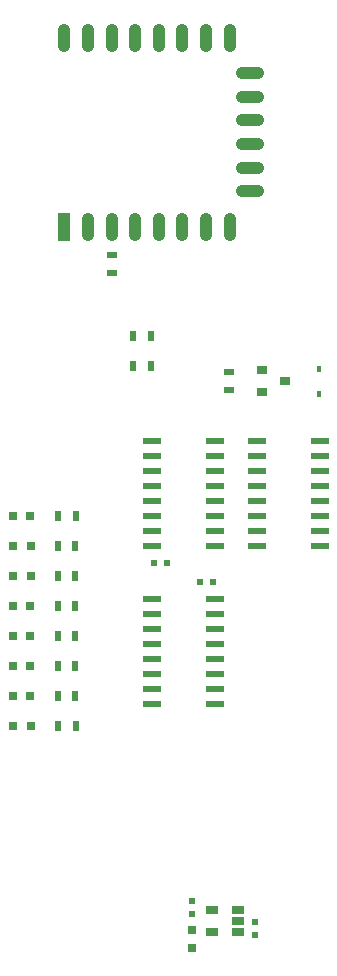
<source format=gtp>
G04 #@! TF.GenerationSoftware,KiCad,Pcbnew,6.0.0-rc1-unknown-7b10490~66~ubuntu16.04.1*
G04 #@! TF.CreationDate,2018-10-31T23:07:41+01:00*
G04 #@! TF.ProjectId,exhaust_control,65786861-7573-4745-9f63-6f6e74726f6c,rev?*
G04 #@! TF.SameCoordinates,Original*
G04 #@! TF.FileFunction,Paste,Top*
G04 #@! TF.FilePolarity,Positive*
%FSLAX46Y46*%
G04 Gerber Fmt 4.6, Leading zero omitted, Abs format (unit mm)*
G04 Created by KiCad (PCBNEW 6.0.0-rc1-unknown-7b10490~66~ubuntu16.04.1) date Wed 31 Oct 2018 23:07:41 CET*
%MOMM*%
%LPD*%
G01*
G04 APERTURE LIST*
%ADD10R,0.450000X0.600000*%
%ADD11R,0.900000X0.800000*%
%ADD12R,0.900000X0.500000*%
%ADD13R,0.500000X0.900000*%
%ADD14R,1.500000X0.600000*%
%ADD15O,2.400000X1.100000*%
%ADD16R,1.100000X2.400000*%
%ADD17O,1.100000X2.400000*%
%ADD18R,0.797560X0.797560*%
%ADD19R,0.750000X0.800000*%
%ADD20R,0.500000X0.600000*%
%ADD21R,1.060000X0.650000*%
%ADD22R,0.600000X0.500000*%
G04 APERTURE END LIST*
D10*
G04 #@! TO.C,D1*
X30170000Y-39590000D03*
X30170000Y-41690000D03*
G04 #@! TD*
D11*
G04 #@! TO.C,Q1*
X27360000Y-40640000D03*
X25360000Y-41590000D03*
X25360000Y-39690000D03*
G04 #@! TD*
D12*
G04 #@! TO.C,R1*
X22550000Y-41390000D03*
X22550000Y-39890000D03*
G04 #@! TD*
G04 #@! TO.C,R2*
X12700000Y-29984000D03*
X12700000Y-31484000D03*
G04 #@! TD*
D13*
G04 #@! TO.C,R3*
X14490000Y-39370000D03*
X15990000Y-39370000D03*
G04 #@! TD*
G04 #@! TO.C,R4*
X15990000Y-36830000D03*
X14490000Y-36830000D03*
G04 #@! TD*
D14*
G04 #@! TO.C,U1*
X16040000Y-54610000D03*
X16040000Y-53340000D03*
X16040000Y-52070000D03*
X16040000Y-50800000D03*
X16040000Y-49530000D03*
X16040000Y-48260000D03*
X16040000Y-46990000D03*
X16040000Y-45720000D03*
X21440000Y-45720000D03*
X21440000Y-46990000D03*
X21440000Y-48260000D03*
X21440000Y-49530000D03*
X21440000Y-50800000D03*
X21440000Y-52070000D03*
X21440000Y-53340000D03*
X21440000Y-54610000D03*
G04 #@! TD*
G04 #@! TO.C,U2*
X24930000Y-45720000D03*
X24930000Y-46990000D03*
X24930000Y-48260000D03*
X24930000Y-49530000D03*
X24930000Y-50800000D03*
X24930000Y-52070000D03*
X24930000Y-53340000D03*
X24930000Y-54610000D03*
X30330000Y-54610000D03*
X30330000Y-53340000D03*
X30330000Y-52070000D03*
X30330000Y-50800000D03*
X30330000Y-49530000D03*
X30330000Y-48260000D03*
X30330000Y-46990000D03*
X30330000Y-45720000D03*
G04 #@! TD*
D15*
G04 #@! TO.C,U3*
X24386000Y-24569000D03*
X24386000Y-22569000D03*
X24386000Y-20569000D03*
X24386000Y-18569000D03*
X24386000Y-16569000D03*
X24386000Y-14569000D03*
D16*
X8636000Y-27559000D03*
D17*
X10636000Y-27559000D03*
X12636000Y-27559000D03*
X14636000Y-27559000D03*
X16636000Y-27559000D03*
X18636000Y-27559000D03*
X20636000Y-27559000D03*
X22636000Y-27559000D03*
X22636000Y-11559000D03*
X20636000Y-11559000D03*
X18636000Y-11559000D03*
X16636000Y-11559000D03*
X14636000Y-11559000D03*
X12636000Y-11559000D03*
X10636000Y-11559000D03*
X8636000Y-11559000D03*
G04 #@! TD*
D14*
G04 #@! TO.C,U5*
X21440000Y-59055000D03*
X21440000Y-60325000D03*
X21440000Y-61595000D03*
X21440000Y-62865000D03*
X21440000Y-64135000D03*
X21440000Y-65405000D03*
X21440000Y-66675000D03*
X21440000Y-67945000D03*
X16040000Y-67945000D03*
X16040000Y-66675000D03*
X16040000Y-65405000D03*
X16040000Y-64135000D03*
X16040000Y-62865000D03*
X16040000Y-61595000D03*
X16040000Y-60325000D03*
X16040000Y-59055000D03*
G04 #@! TD*
D18*
G04 #@! TO.C,D3*
X4274700Y-67310000D03*
X5773300Y-67310000D03*
G04 #@! TD*
G04 #@! TO.C,D4*
X5773300Y-64770000D03*
X4274700Y-64770000D03*
G04 #@! TD*
G04 #@! TO.C,D5*
X4274700Y-62230000D03*
X5773300Y-62230000D03*
G04 #@! TD*
G04 #@! TO.C,D6*
X5773300Y-59690000D03*
X4274700Y-59690000D03*
G04 #@! TD*
G04 #@! TO.C,D7*
X5786000Y-57150000D03*
X4287400Y-57150000D03*
G04 #@! TD*
G04 #@! TO.C,D8*
X4287400Y-54610000D03*
X5786000Y-54610000D03*
G04 #@! TD*
G04 #@! TO.C,D9*
X5773300Y-52070000D03*
X4274700Y-52070000D03*
G04 #@! TD*
G04 #@! TO.C,D10*
X4287400Y-69850000D03*
X5786000Y-69850000D03*
G04 #@! TD*
D13*
G04 #@! TO.C,R5*
X8084000Y-67310000D03*
X9584000Y-67310000D03*
G04 #@! TD*
G04 #@! TO.C,R6*
X9584000Y-64770000D03*
X8084000Y-64770000D03*
G04 #@! TD*
G04 #@! TO.C,R7*
X8084000Y-62230000D03*
X9584000Y-62230000D03*
G04 #@! TD*
G04 #@! TO.C,R8*
X9584000Y-59690000D03*
X8084000Y-59690000D03*
G04 #@! TD*
G04 #@! TO.C,R9*
X8084000Y-57150000D03*
X9584000Y-57150000D03*
G04 #@! TD*
G04 #@! TO.C,R10*
X9584000Y-54610000D03*
X8084000Y-54610000D03*
G04 #@! TD*
G04 #@! TO.C,R11*
X9596000Y-52070000D03*
X8096000Y-52070000D03*
G04 #@! TD*
G04 #@! TO.C,R12*
X8096000Y-69850000D03*
X9596000Y-69850000D03*
G04 #@! TD*
D19*
G04 #@! TO.C,C3*
X19431000Y-88634000D03*
X19431000Y-87134000D03*
G04 #@! TD*
D20*
G04 #@! TO.C,C1*
X24765000Y-87545000D03*
X24765000Y-86445000D03*
G04 #@! TD*
G04 #@! TO.C,C2*
X19431000Y-85767000D03*
X19431000Y-84667000D03*
G04 #@! TD*
D21*
G04 #@! TO.C,U4*
X21125000Y-87310000D03*
X21125000Y-85410000D03*
X23325000Y-85410000D03*
X23325000Y-86360000D03*
X23325000Y-87310000D03*
G04 #@! TD*
D22*
G04 #@! TO.C,C4*
X21251000Y-57658000D03*
X20151000Y-57658000D03*
G04 #@! TD*
G04 #@! TO.C,C5*
X16214000Y-56007000D03*
X17314000Y-56007000D03*
G04 #@! TD*
M02*

</source>
